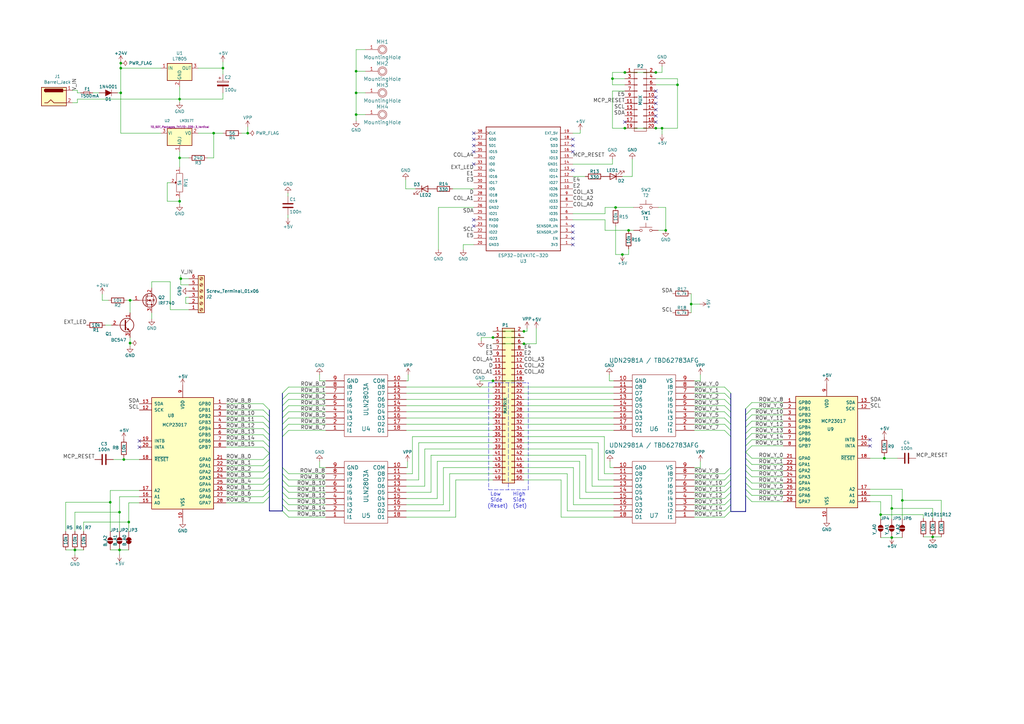
<source format=kicad_sch>
(kicad_sch (version 20250114) (generator "eeschema") (generator_version "9.0")
  (paper "A3")
  (title_block (title "Steuerplatine für LAWO Flipdot-Matrix") (date "2016-04-04") (rev "1.1"))
  (text "High\nSide\n(Set)" (at 210.312 208.534 0) (effects (font (size 1.524 1.524)) (justify left bottom)))
  (text " Low\n Side\n(Reset)" (at 199.898 208.534 0) (effects (font (size 1.524 1.524)) (justify left bottom)))
  (junction (at 256.286 52.578))
  (junction (at 87.63 54.61))
  (junction (at 268.986 29.718))
  (junction (at 251.206 32.258))
  (junction (at 30.734 225.552))
  (junction (at 53.34 123.19))
  (junction (at 53.34 140.716))
  (junction (at 256.286 29.718))
  (junction (at 252.476 85.09))
  (junction (at 214.884 140.97))
  (junction (at 361.188 211.074))
  (junction (at 101.6 54.61))
  (junction (at 73.66 40.64))
  (junction (at 49.53 27.94))
  (junction (at 49.53 38.1))
  (junction (at 73.66 82.55))
  (junction (at 365.76 208.534))
  (junction (at 271.526 52.578))
  (junction (at 91.44 27.94))
  (junction (at 49.022 225.552))
  (junction (at 365.76 220.472))
  (junction (at 257.81 94.488))
  (junction (at 49.022 210.058))
  (junction (at 45.212 205.994))
  (junction (at 255.27 104.394))
  (junction (at 146.05 46.99))
  (junction (at 50.8 188.468))
  (junction (at 268.986 52.578))
  (junction (at 146.05 38.1))
  (junction (at 273.05 94.488))
  (junction (at 214.884 135.89))
  (junction (at 146.05 29.21))
  (junction (at 202.184 138.43))
  (junction (at 49.53 25.908))
  (junction (at 382.524 220.218))
  (junction (at 277.876 34.798))
  (junction (at 202.184 156.21))
  (junction (at 52.832 214.122))
  (junction (at 73.66 64.77))
  (junction (at 362.712 187.96))
  (junction (at 283.464 124.714))
  (junction (at 370.078 205.232))
  (junction (at 74.168 114.3))
  (no_connect (at 57.15 180.848))
  (no_connect (at 356.87 180.34))
  (no_connect (at 194.31 67.31))
  (no_connect (at 234.95 95.25))
  (no_connect (at 194.31 92.71))
  (no_connect (at 268.986 39.878))
  (no_connect (at 268.986 50.038))
  (no_connect (at 57.15 183.388))
  (no_connect (at 234.95 100.33))
  (no_connect (at 234.95 57.15))
  (no_connect (at 194.31 62.23))
  (no_connect (at 268.986 44.958))
  (no_connect (at 194.31 57.15))
  (no_connect (at 268.986 42.418))
  (no_connect (at 234.95 92.71))
  (no_connect (at 234.95 69.85))
  (no_connect (at 256.286 50.038))
  (no_connect (at 194.31 59.69))
  (no_connect (at 356.87 182.88))
  (no_connect (at 194.31 54.61))
  (no_connect (at 234.95 59.69))
  (no_connect (at 194.31 90.17))
  (no_connect (at 234.95 97.79))
  (no_connect (at 268.986 37.338))
  (no_connect (at 268.986 47.498))
  (no_connect (at 234.95 62.23))
  (bus_entry (at 107.95 203.708) (size 2.54 -2.54))
  (bus_entry (at 118.364 168.91) (size -2.54 2.54))
  (bus_entry (at 115.824 204.47) (size 2.54 2.54))
  (bus_entry (at 297.18 199.39) (size 2.54 -2.54))
  (bus_entry (at 107.95 191.008) (size 2.54 -2.54))
  (bus_entry (at 308.356 198.12) (size -2.54 -2.54))
  (bus_entry (at 297.18 201.93) (size 2.54 -2.54))
  (bus_entry (at 107.95 175.768) (size 2.54 2.54))
  (bus_entry (at 297.18 207.01) (size 2.54 -2.54))
  (bus_entry (at 297.18 171.45) (size 2.54 2.54))
  (bus_entry (at 115.824 201.93) (size 2.54 2.54))
  (bus_entry (at 305.816 185.42) (size 2.54 -2.54))
  (bus_entry (at 107.95 178.308) (size 2.54 2.54))
  (bus_entry (at 305.816 170.18) (size 2.54 -2.54))
  (bus_entry (at 308.356 195.58) (size -2.54 -2.54))
  (bus_entry (at 297.18 176.53) (size 2.54 2.54))
  (bus_entry (at 305.816 172.72) (size 2.54 -2.54))
  (bus_entry (at 297.18 204.47) (size 2.54 -2.54))
  (bus_entry (at 118.364 173.99) (size -2.54 2.54))
  (bus_entry (at 308.356 200.66) (size -2.54 -2.54))
  (bus_entry (at 118.364 212.09) (size -2.54 -2.54))
  (bus_entry (at 107.95 168.148) (size 2.54 2.54))
  (bus_entry (at 107.95 188.468) (size 2.54 -2.54))
  (bus_entry (at 118.364 163.83) (size -2.54 2.54))
  (bus_entry (at 107.95 201.168) (size 2.54 -2.54))
  (bus_entry (at 107.95 193.548) (size 2.54 -2.54))
  (bus_entry (at 305.816 182.88) (size 2.54 -2.54))
  (bus_entry (at 297.18 194.31) (size 2.54 -2.54))
  (bus_entry (at 107.95 180.848) (size 2.54 2.54))
  (bus_entry (at 308.356 203.2) (size -2.54 -2.54))
  (bus_entry (at 115.824 199.39) (size 2.54 2.54))
  (bus_entry (at 305.816 167.64) (size 2.54 -2.54))
  (bus_entry (at 305.816 180.34) (size 2.54 -2.54))
  (bus_entry (at 297.18 173.99) (size 2.54 2.54))
  (bus_entry (at 297.18 163.83) (size 2.54 2.54))
  (bus_entry (at 297.18 209.55) (size 2.54 -2.54))
  (bus_entry (at 118.364 161.29) (size -2.54 2.54))
  (bus_entry (at 308.356 187.96) (size -2.54 -2.54))
  (bus_entry (at 115.824 196.85) (size 2.54 2.54))
  (bus_entry (at 107.95 165.608) (size 2.54 2.54))
  (bus_entry (at 115.824 207.01) (size 2.54 2.54))
  (bus_entry (at 305.816 175.26) (size 2.54 -2.54))
  (bus_entry (at 115.824 194.31) (size 2.54 2.54))
  (bus_entry (at 107.95 198.628) (size 2.54 -2.54))
  (bus_entry (at 297.18 158.75) (size 2.54 2.54))
  (bus_entry (at 107.95 206.248) (size 2.54 -2.54))
  (bus_entry (at 308.356 190.5) (size -2.54 -2.54))
  (bus_entry (at 107.95 173.228) (size 2.54 2.54))
  (bus_entry (at 115.824 191.77) (size 2.54 2.54))
  (bus_entry (at 308.356 205.74) (size -2.54 -2.54))
  (bus_entry (at 297.18 168.91) (size 2.54 2.54))
  (bus_entry (at 297.18 166.37) (size 2.54 2.54))
  (bus_entry (at 297.18 196.85) (size 2.54 -2.54))
  (bus_entry (at 297.18 212.09) (size 2.54 -2.54))
  (bus_entry (at 118.364 158.75) (size -2.54 2.54))
  (bus_entry (at 107.95 196.088) (size 2.54 -2.54))
  (bus_entry (at 107.95 183.388) (size 2.54 2.54))
  (bus_entry (at 308.356 193.04) (size -2.54 -2.54))
  (bus_entry (at 118.364 171.45) (size -2.54 2.54))
  (bus_entry (at 118.364 176.53) (size -2.54 2.54))
  (bus_entry (at 305.816 177.8) (size 2.54 -2.54))
  (bus_entry (at 297.18 161.29) (size 2.54 2.54))
  (bus_entry (at 107.95 170.688) (size 2.54 2.54))
  (bus_entry (at 118.364 166.37) (size -2.54 2.54))
  (wire (pts (xy 29.718 42.164) (xy 31.75 42.164)))
  (wire (pts (xy 52.832 206.248) (xy 52.832 214.122)))
  (wire (pts (xy 356.87 205.74) (xy 361.188 205.74)))
  (wire (pts (xy 356.87 187.96) (xy 362.712 187.96)))
  (wire (pts (xy 166.624 158.75) (xy 202.184 158.75)))
  (wire (pts (xy 214.884 171.45) (xy 251.714 171.45)))
  (wire (pts (xy 26.924 205.994) (xy 45.212 205.994)))
  (wire (pts (xy 57.15 203.708) (xy 49.022 203.708)))
  (bus (pts (xy 115.824 201.93) (xy 115.824 204.47)))
  (wire (pts (xy 149.86 29.21) (xy 146.05 29.21)))
  (wire (pts (xy 237.744 204.47) (xy 237.744 189.23)))
  (wire (pts (xy 386.08 220.218) (xy 382.524 220.218)))
  (wire (pts (xy 184.404 209.55) (xy 184.404 194.31)))
  (wire (pts (xy 174.244 184.15) (xy 202.184 184.15)))
  (wire (pts (xy 34.29 214.122) (xy 52.832 214.122)))
  (bus (pts (xy 305.816 203.2) (xy 305.816 209.804)))
  (wire (pts (xy 73.66 40.64) (xy 73.66 41.91)))
  (wire (pts (xy 284.734 173.99) (xy 297.18 173.99)))
  (bus (pts (xy 299.72 179.07) (xy 299.72 191.77)))
  (polyline (pts (xy 216.662 200.914) (xy 216.662 156.972)) (stroke (width 0) (type dash)))
  (wire (pts (xy 166.624 166.37) (xy 202.184 166.37)))
  (wire (pts (xy 171.704 181.61) (xy 202.184 181.61)))
  (wire (pts (xy 202.184 140.97) (xy 214.884 140.97)))
  (bus (pts (xy 299.72 209.804) (xy 305.816 209.804)))
  (bus (pts (xy 115.824 161.29) (xy 115.824 163.83)))
  (bus (pts (xy 115.824 176.53) (xy 115.824 179.07)))
  (wire (pts (xy 49.53 27.94) (xy 66.04 27.94)))
  (wire (pts (xy 77.47 114.3) (xy 74.168 114.3)))
  (wire (pts (xy 214.884 176.53) (xy 251.714 176.53)))
  (wire (pts (xy 133.604 196.85) (xy 118.364 196.85)))
  (wire (pts (xy 250.19 189.23) (xy 250.19 191.77)))
  (wire (pts (xy 81.28 54.61) (xy 87.63 54.61)))
  (wire (pts (xy 53.34 138.43) (xy 53.34 140.716)))
  (wire (pts (xy 284.734 166.37) (xy 297.18 166.37)))
  (wire (pts (xy 169.164 179.07) (xy 202.184 179.07)))
  (wire (pts (xy 256.286 52.578) (xy 251.206 52.578)))
  (wire (pts (xy 245.364 196.85) (xy 245.364 181.61)))
  (wire (pts (xy 167.132 191.77) (xy 167.132 189.23)))
  (wire (pts (xy 234.95 72.39) (xy 240.03 72.39)))
  (wire (pts (xy 73.66 40.64) (xy 91.44 40.64)))
  (wire (pts (xy 92.71 206.248) (xy 107.95 206.248)))
  (wire (pts (xy 69.85 115.57) (xy 69.85 127)))
  (bus (pts (xy 110.49 170.688) (xy 110.49 173.228)))
  (bus (pts (xy 299.72 194.31) (xy 299.72 196.85)))
  (wire (pts (xy 362.712 187.96) (xy 362.712 186.944)))
  (wire (pts (xy 181.864 191.77) (xy 202.184 191.77)))
  (wire (pts (xy 240.284 186.69) (xy 214.884 186.69)))
  (wire (pts (xy 234.95 90.17) (xy 248.158 90.17)))
  (wire (pts (xy 49.53 25.4) (xy 49.53 25.908)))
  (wire (pts (xy 34.29 225.552) (xy 30.734 225.552)))
  (wire (pts (xy 26.924 225.552) (xy 30.734 225.552)))
  (wire (pts (xy 321.31 182.88) (xy 308.356 182.88)))
  (bus (pts (xy 115.824 196.85) (xy 115.824 199.39)))
  (wire (pts (xy 166.624 207.01) (xy 181.864 207.01)))
  (bus (pts (xy 299.72 166.37) (xy 299.72 168.91)))
  (wire (pts (xy 251.714 201.93) (xy 240.284 201.93)))
  (bus (pts (xy 299.72 204.47) (xy 299.72 207.01)))
  (wire (pts (xy 242.824 199.39) (xy 242.824 184.15)))
  (wire (pts (xy 378.714 220.218) (xy 382.524 220.218)))
  (bus (pts (xy 299.72 191.77) (xy 299.72 194.31)))
  (wire (pts (xy 365.76 203.2) (xy 365.76 208.534)))
  (wire (pts (xy 41.91 123.19) (xy 44.45 123.19)))
  (wire (pts (xy 321.31 200.66) (xy 308.356 200.66)))
  (wire (pts (xy 49.022 203.708) (xy 49.022 210.058)))
  (wire (pts (xy 248.158 87.63) (xy 248.158 85.09)))
  (wire (pts (xy 287.274 189.23) (xy 287.274 191.77)))
  (wire (pts (xy 382.524 212.598) (xy 382.524 208.534)))
  (wire (pts (xy 68.58 82.55) (xy 73.66 82.55)))
  (bus (pts (xy 299.72 163.83) (xy 299.72 166.37)))
  (wire (pts (xy 247.904 179.07) (xy 214.884 179.07)))
  (wire (pts (xy 46.482 188.468) (xy 50.8 188.468)))
  (wire (pts (xy 237.744 189.23) (xy 214.884 189.23)))
  (wire (pts (xy 69.85 115.57) (xy 62.23 115.57)))
  (wire (pts (xy 251.714 209.55) (xy 232.664 209.55)))
  (wire (pts (xy 321.31 203.2) (xy 308.356 203.2)))
  (wire (pts (xy 277.876 32.258) (xy 277.876 34.798)))
  (wire (pts (xy 166.37 77.47) (xy 170.434 77.47)))
  (wire (pts (xy 237.998 54.61) (xy 237.998 53.34)))
  (wire (pts (xy 118.11 80.518) (xy 118.11 79.248)))
  (wire (pts (xy 45.212 201.168) (xy 45.212 205.994)))
  (wire (pts (xy 149.86 20.32) (xy 146.05 20.32)))
  (wire (pts (xy 77.47 121.92) (xy 76.2 121.92)))
  (wire (pts (xy 166.624 191.77) (xy 167.132 191.77)))
  (wire (pts (xy 251.206 67.31) (xy 251.206 65.278)))
  (wire (pts (xy 174.244 199.39) (xy 174.244 184.15)))
  (wire (pts (xy 197.358 138.43) (xy 202.184 138.43)))
  (bus (pts (xy 115.824 204.47) (xy 115.824 207.01)))
  (wire (pts (xy 57.15 206.248) (xy 52.832 206.248)))
  (wire (pts (xy 287.02 124.714) (xy 283.464 124.714)))
  (wire (pts (xy 321.31 167.64) (xy 308.356 167.64)))
  (wire (pts (xy 31.75 38.1) (xy 33.02 38.1)))
  (wire (pts (xy 92.71 188.468) (xy 107.95 188.468)))
  (wire (pts (xy 179.324 204.47) (xy 179.324 189.23)))
  (wire (pts (xy 167.386 156.21) (xy 166.624 156.21)))
  (wire (pts (xy 76.2 121.92) (xy 76.2 124.46)))
  (wire (pts (xy 184.404 194.31) (xy 202.184 194.31)))
  (wire (pts (xy 270.002 85.09) (xy 273.05 85.09)))
  (wire (pts (xy 287.274 153.67) (xy 287.274 156.21)))
  (wire (pts (xy 321.31 193.04) (xy 308.356 193.04)))
  (bus (pts (xy 305.816 167.64) (xy 305.816 170.18)))
  (wire (pts (xy 202.184 138.43) (xy 214.884 138.43)))
  (wire (pts (xy 166.624 199.39) (xy 174.244 199.39)))
  (wire (pts (xy 49.022 210.058) (xy 49.022 217.932)))
  (wire (pts (xy 251.206 29.718) (xy 251.206 32.258)))
  (bus (pts (xy 305.816 200.66) (xy 305.816 203.2)))
  (bus (pts (xy 305.816 172.72) (xy 305.816 175.26)))
  (wire (pts (xy 176.784 201.93) (xy 176.784 186.69)))
  (wire (pts (xy 131.064 156.21) (xy 133.604 156.21)))
  (wire (pts (xy 284.734 204.47) (xy 297.18 204.47)))
  (wire (pts (xy 87.63 54.61) (xy 87.63 64.77)))
  (bus (pts (xy 299.72 201.93) (xy 299.72 204.47)))
  (wire (pts (xy 216.154 135.89) (xy 216.154 134.62)))
  (wire (pts (xy 386.08 212.598) (xy 386.08 205.232)))
  (wire (pts (xy 197.358 139.7) (xy 197.358 138.43)))
  (wire (pts (xy 73.66 64.77) (xy 73.66 68.58)))
  (wire (pts (xy 252.476 104.394) (xy 255.27 104.394)))
  (wire (pts (xy 87.63 64.77) (xy 85.09 64.77)))
  (wire (pts (xy 378.714 212.598) (xy 378.714 211.074)))
  (wire (pts (xy 194.31 100.33) (xy 189.992 100.33)))
  (wire (pts (xy 284.734 201.93) (xy 297.18 201.93)))
  (wire (pts (xy 284.734 163.83) (xy 297.18 163.83)))
  (bus (pts (xy 305.816 170.18) (xy 305.816 172.72)))
  (wire (pts (xy 31.75 40.64) (xy 73.66 40.64)))
  (wire (pts (xy 77.47 127) (xy 69.85 127)))
  (bus (pts (xy 110.49 201.168) (xy 110.49 203.708)))
  (bus (pts (xy 115.824 173.99) (xy 115.824 176.53)))
  (wire (pts (xy 92.71 165.608) (xy 107.95 165.608)))
  (wire (pts (xy 249.936 153.67) (xy 249.936 156.21)))
  (wire (pts (xy 251.714 196.85) (xy 245.364 196.85)))
  (wire (pts (xy 287.274 156.21) (xy 284.734 156.21)))
  (wire (pts (xy 49.53 25.908) (xy 49.53 27.94)))
  (wire (pts (xy 38.1 38.1) (xy 40.64 38.1)))
  (wire (pts (xy 214.884 168.91) (xy 251.714 168.91)))
  (wire (pts (xy 251.714 212.09) (xy 230.124 212.09)))
  (wire (pts (xy 29.718 37.084) (xy 31.75 37.084)))
  (wire (pts (xy 284.734 176.53) (xy 297.18 176.53)))
  (wire (pts (xy 166.37 73.66) (xy 166.37 77.47)))
  (wire (pts (xy 186.944 196.85) (xy 202.184 196.85)))
  (wire (pts (xy 62.23 130.81) (xy 62.23 128.27)))
  (wire (pts (xy 57.15 188.468) (xy 50.8 188.468)))
  (wire (pts (xy 251.714 158.75) (xy 214.884 158.75)))
  (wire (pts (xy 166.624 161.29) (xy 202.184 161.29)))
  (bus (pts (xy 305.816 193.04) (xy 305.816 195.58)))
  (bus (pts (xy 110.49 185.928) (xy 110.49 188.468)))
  (wire (pts (xy 45.212 205.994) (xy 45.212 217.932)))
  (wire (pts (xy 219.964 140.97) (xy 219.964 134.62)))
  (wire (pts (xy 53.34 128.27) (xy 53.34 123.19)))
  (bus (pts (xy 110.49 193.548) (xy 110.49 196.088)))
  (wire (pts (xy 52.832 214.122) (xy 52.832 217.932)))
  (wire (pts (xy 283.464 120.396) (xy 283.464 124.714)))
  (wire (pts (xy 26.924 217.932) (xy 26.924 205.994)))
  (wire (pts (xy 284.734 161.29) (xy 297.18 161.29)))
  (wire (pts (xy 50.8 188.468) (xy 50.8 187.706)))
  (wire (pts (xy 77.47 116.84) (xy 74.168 116.84)))
  (wire (pts (xy 171.704 196.85) (xy 171.704 181.61)))
  (wire (pts (xy 133.604 204.47) (xy 118.364 204.47)))
  (wire (pts (xy 48.26 38.1) (xy 49.53 38.1)))
  (wire (pts (xy 146.05 29.21) (xy 146.05 38.1)))
  (wire (pts (xy 74.168 116.84) (xy 74.168 114.3)))
  (wire (pts (xy 361.188 220.472) (xy 365.76 220.472)))
  (wire (pts (xy 277.876 34.798) (xy 277.876 52.578)))
  (wire (pts (xy 284.734 209.55) (xy 297.18 209.55)))
  (wire (pts (xy 284.734 194.31) (xy 297.18 194.31)))
  (wire (pts (xy 107.95 198.628) (xy 92.71 198.628)))
  (wire (pts (xy 92.71 180.848) (xy 107.95 180.848)))
  (wire (pts (xy 77.47 64.77) (xy 73.66 64.77)))
  (wire (pts (xy 189.992 100.33) (xy 189.992 102.362)))
  (wire (pts (xy 248.158 90.17) (xy 248.158 94.488)))
  (wire (pts (xy 230.124 212.09) (xy 230.124 196.85)))
  (wire (pts (xy 321.31 198.12) (xy 308.356 198.12)))
  (wire (pts (xy 91.44 25.4) (xy 91.44 27.94)))
  (wire (pts (xy 133.604 209.55) (xy 118.364 209.55)))
  (wire (pts (xy 202.184 156.21) (xy 214.884 156.21)))
  (wire (pts (xy 133.604 194.31) (xy 118.364 194.31)))
  (wire (pts (xy 202.184 135.89) (xy 214.884 135.89)))
  (wire (pts (xy 133.604 207.01) (xy 118.364 207.01)))
  (wire (pts (xy 146.05 46.99) (xy 146.05 49.53)))
  (wire (pts (xy 321.31 170.18) (xy 308.356 170.18)))
  (wire (pts (xy 133.604 158.75) (xy 118.364 158.75)))
  (wire (pts (xy 321.31 172.72) (xy 308.356 172.72)))
  (wire (pts (xy 92.71 196.088) (xy 107.95 196.088)))
  (bus (pts (xy 305.816 185.42) (xy 305.816 187.96)))
  (wire (pts (xy 49.022 227.584) (xy 49.022 225.552)))
  (wire (pts (xy 30.734 227.584) (xy 30.734 225.552)))
  (wire (pts (xy 92.71 170.688) (xy 107.95 170.688)))
  (wire (pts (xy 133.604 176.53) (xy 118.364 176.53)))
  (wire (pts (xy 92.71 201.168) (xy 107.95 201.168)))
  (wire (pts (xy 365.76 208.534) (xy 365.76 212.852)))
  (wire (pts (xy 92.71 168.148) (xy 107.95 168.148)))
  (wire (pts (xy 146.05 20.32) (xy 146.05 29.21)))
  (wire (pts (xy 45.212 225.552) (xy 49.022 225.552)))
  (wire (pts (xy 321.31 195.58) (xy 308.356 195.58)))
  (wire (pts (xy 52.832 225.552) (xy 49.022 225.552)))
  (wire (pts (xy 133.604 171.45) (xy 118.364 171.45)))
  (bus (pts (xy 110.49 203.708) (xy 110.49 209.55)))
  (wire (pts (xy 52.07 123.19) (xy 53.34 123.19)))
  (bus (pts (xy 115.824 199.39) (xy 115.824 201.93)))
  (wire (pts (xy 146.05 46.99) (xy 149.86 46.99)))
  (wire (pts (xy 251.206 37.338) (xy 251.206 52.578)))
  (wire (pts (xy 76.2 124.46) (xy 77.47 124.46)))
  (wire (pts (xy 166.624 168.91) (xy 202.184 168.91)))
  (wire (pts (xy 378.714 211.074) (xy 361.188 211.074)))
  (wire (pts (xy 268.986 34.798) (xy 277.876 34.798)))
  (wire (pts (xy 284.734 207.01) (xy 297.18 207.01)))
  (wire (pts (xy 283.464 124.714) (xy 283.464 128.27)))
  (wire (pts (xy 181.864 207.01) (xy 181.864 191.77)))
  (wire (pts (xy 257.81 94.488) (xy 259.842 94.488)))
  (polyline (pts (xy 200.406 200.914) (xy 216.662 200.914)) (stroke (width 0) (type dash)))
  (wire (pts (xy 235.204 191.77) (xy 214.884 191.77)))
  (wire (pts (xy 99.06 54.61) (xy 101.6 54.61)))
  (wire (pts (xy 252.476 85.09) (xy 259.842 85.09)))
  (wire (pts (xy 92.71 175.768) (xy 107.95 175.768)))
  (wire (pts (xy 179.832 85.09) (xy 179.832 102.362)))
  (wire (pts (xy 248.158 94.488) (xy 257.81 94.488)))
  (bus (pts (xy 299.72 176.53) (xy 299.72 179.07)))
  (wire (pts (xy 133.604 161.29) (xy 118.364 161.29)))
  (wire (pts (xy 232.664 209.55) (xy 232.664 194.31)))
  (wire (pts (xy 214.884 166.37) (xy 251.714 166.37)))
  (wire (pts (xy 284.734 199.39) (xy 297.18 199.39)))
  (wire (pts (xy 74.168 114.3) (xy 74.168 112.776)))
  (wire (pts (xy 356.87 200.66) (xy 370.078 200.66)))
  (wire (pts (xy 256.286 32.258) (xy 251.206 32.258)))
  (wire (pts (xy 271.526 52.578) (xy 271.526 55.118)))
  (wire (pts (xy 185.674 77.47) (xy 194.31 77.47)))
  (wire (pts (xy 73.66 81.28) (xy 73.66 82.55)))
  (bus (pts (xy 115.824 168.91) (xy 115.824 171.45)))
  (wire (pts (xy 53.34 123.19) (xy 54.61 123.19)))
  (wire (pts (xy 166.624 204.47) (xy 179.324 204.47)))
  (wire (pts (xy 30.734 217.932) (xy 30.734 210.058)))
  (wire (pts (xy 232.664 194.31) (xy 214.884 194.31)))
  (bus (pts (xy 110.49 198.628) (xy 110.49 201.168)))
  (wire (pts (xy 251.206 29.718) (xy 256.286 29.718)))
  (wire (pts (xy 321.31 190.5) (xy 308.356 190.5)))
  (wire (pts (xy 321.31 187.96) (xy 308.356 187.96)))
  (wire (pts (xy 321.31 165.1) (xy 308.356 165.1)))
  (wire (pts (xy 271.526 52.578) (xy 268.986 52.578)))
  (wire (pts (xy 101.6 54.61) (xy 101.6 52.07)))
  (wire (pts (xy 259.334 72.39) (xy 259.334 65.278)))
  (bus (pts (xy 299.72 161.29) (xy 299.72 163.83)))
  (bus (pts (xy 115.824 209.55) (xy 110.49 209.55)))
  (wire (pts (xy 321.31 180.34) (xy 308.356 180.34)))
  (wire (pts (xy 235.204 207.01) (xy 235.204 191.77)))
  (wire (pts (xy 133.604 166.37) (xy 118.364 166.37)))
  (wire (pts (xy 255.27 104.394) (xy 257.81 104.394)))
  (wire (pts (xy 251.714 204.47) (xy 237.744 204.47)))
  (wire (pts (xy 287.274 191.77) (xy 284.734 191.77)))
  (wire (pts (xy 92.71 193.548) (xy 107.95 193.548)))
  (bus (pts (xy 305.816 177.8) (xy 305.816 180.34)))
  (wire (pts (xy 194.31 85.09) (xy 179.832 85.09)))
  (wire (pts (xy 31.75 37.084) (xy 31.75 38.1)))
  (bus (pts (xy 299.72 171.45) (xy 299.72 173.99)))
  (wire (pts (xy 166.624 212.09) (xy 186.944 212.09)))
  (wire (pts (xy 321.31 205.74) (xy 308.356 205.74)))
  (wire (pts (xy 92.71 183.388) (xy 107.95 183.388)))
  (wire (pts (xy 167.386 153.67) (xy 167.386 156.21)))
  (wire (pts (xy 49.53 27.94) (xy 49.53 38.1)))
  (bus (pts (xy 305.816 187.96) (xy 305.816 190.5)))
  (wire (pts (xy 214.884 140.97) (xy 219.964 140.97)))
  (wire (pts (xy 133.604 212.09) (xy 118.364 212.09)))
  (bus (pts (xy 110.49 183.388) (xy 110.49 185.928)))
  (wire (pts (xy 49.53 54.61) (xy 66.04 54.61)))
  (bus (pts (xy 110.49 188.468) (xy 110.49 191.008)))
  (wire (pts (xy 73.66 62.23) (xy 73.66 64.77)))
  (wire (pts (xy 386.08 205.232) (xy 370.078 205.232)))
  (bus (pts (xy 305.816 190.5) (xy 305.816 193.04)))
  (wire (pts (xy 284.734 196.85) (xy 297.18 196.85)))
  (bus (pts (xy 299.72 168.91) (xy 299.72 171.45)))
  (bus (pts (xy 115.824 163.83) (xy 115.824 166.37)))
  (wire (pts (xy 368.046 187.96) (xy 362.712 187.96)))
  (wire (pts (xy 41.91 120.65) (xy 41.91 123.19)))
  (wire (pts (xy 268.986 32.258) (xy 277.876 32.258)))
  (bus (pts (xy 115.824 194.31) (xy 115.824 196.85)))
  (wire (pts (xy 271.526 29.718) (xy 271.526 27.178)))
  (wire (pts (xy 133.604 163.83) (xy 118.364 163.83)))
  (wire (pts (xy 361.188 211.074) (xy 361.188 212.852)))
  (wire (pts (xy 34.29 217.932) (xy 34.29 214.122)))
  (wire (pts (xy 57.15 201.168) (xy 45.212 201.168)))
  (bus (pts (xy 115.824 207.01) (xy 115.824 209.55)))
  (wire (pts (xy 240.284 201.93) (xy 240.284 186.69)))
  (wire (pts (xy 252.476 92.71) (xy 252.476 104.394)))
  (bus (pts (xy 305.816 195.58) (xy 305.816 198.12)))
  (bus (pts (xy 110.49 180.848) (xy 110.49 183.388)))
  (wire (pts (xy 92.71 173.228) (xy 107.95 173.228)))
  (bus (pts (xy 115.824 179.07) (xy 115.824 191.77)))
  (wire (pts (xy 131.064 153.67) (xy 131.064 156.21)))
  (wire (pts (xy 251.206 32.258) (xy 251.206 34.798)))
  (bus (pts (xy 305.816 180.34) (xy 305.816 182.88)))
  (wire (pts (xy 131.064 189.23) (xy 131.064 191.77)))
  (bus (pts (xy 110.49 178.308) (xy 110.49 180.848)))
  (wire (pts (xy 166.624 201.93) (xy 176.784 201.93)))
  (polyline (pts (xy 208.534 156.972) (xy 208.534 200.914)) (stroke (width 0) (type dash)))
  (wire (pts (xy 247.904 194.31) (xy 247.904 179.07)))
  (wire (pts (xy 133.604 168.91) (xy 118.364 168.91)))
  (wire (pts (xy 251.714 199.39) (xy 242.824 199.39)))
  (polyline (pts (xy 200.406 156.972) (xy 200.406 200.914)) (stroke (width 0) (type dash)))
  (wire (pts (xy 284.734 168.91) (xy 297.18 168.91)))
  (wire (pts (xy 92.71 178.308) (xy 107.95 178.308)))
  (bus (pts (xy 305.816 175.26) (xy 305.816 177.8)))
  (wire (pts (xy 133.604 201.93) (xy 118.364 201.93)))
  (bus (pts (xy 305.816 198.12) (xy 305.816 200.66)))
  (wire (pts (xy 81.28 27.94) (xy 91.44 27.94)))
  (bus (pts (xy 305.816 182.88) (xy 305.816 185.42)))
  (wire (pts (xy 133.604 173.99) (xy 118.364 173.99)))
  (wire (pts (xy 107.95 203.708) (xy 92.71 203.708)))
  (wire (pts (xy 370.078 205.232) (xy 370.078 212.852)))
  (wire (pts (xy 251.714 207.01) (xy 235.204 207.01)))
  (wire (pts (xy 234.95 67.31) (xy 251.206 67.31)))
  (wire (pts (xy 245.364 181.61) (xy 214.884 181.61)))
  (wire (pts (xy 251.206 34.798) (xy 256.286 34.798)))
  (wire (pts (xy 284.734 171.45) (xy 297.18 171.45)))
  (wire (pts (xy 91.44 40.64) (xy 91.44 38.1)))
  (wire (pts (xy 255.27 72.39) (xy 259.334 72.39)))
  (wire (pts (xy 356.87 203.2) (xy 365.76 203.2)))
  (wire (pts (xy 257.81 104.394) (xy 257.81 102.108)))
  (wire (pts (xy 256.286 29.718) (xy 268.986 29.718)))
  (bus (pts (xy 299.72 173.99) (xy 299.72 176.53)))
  (wire (pts (xy 166.624 209.55) (xy 184.404 209.55)))
  (wire (pts (xy 284.734 158.75) (xy 297.18 158.75)))
  (wire (pts (xy 92.71 191.008) (xy 107.95 191.008)))
  (bus (pts (xy 299.72 207.01) (xy 299.72 209.55)))
  (wire (pts (xy 62.23 115.57) (xy 62.23 118.11)))
  (wire (pts (xy 176.784 186.69) (xy 202.184 186.69)))
  (wire (pts (xy 166.624 173.99) (xy 202.184 173.99)))
  (wire (pts (xy 268.986 29.718) (xy 271.526 29.718)))
  (wire (pts (xy 91.44 27.94) (xy 91.44 30.48)))
  (bus (pts (xy 115.824 191.77) (xy 115.824 194.31)))
  (wire (pts (xy 118.11 89.408) (xy 118.11 88.138)))
  (wire (pts (xy 196.85 156.21) (xy 202.184 156.21)))
  (bus (pts (xy 110.49 175.768) (xy 110.49 178.308)))
  (wire (pts (xy 53.34 140.716) (xy 53.34 141.986)))
  (bus (pts (xy 110.49 173.228) (xy 110.49 175.768)))
  (wire (pts (xy 131.064 191.77) (xy 133.604 191.77)))
  (wire (pts (xy 284.734 212.09) (xy 297.18 212.09)))
  (bus (pts (xy 299.72 199.39) (xy 299.72 201.93)))
  (wire (pts (xy 382.524 208.534) (xy 365.76 208.534)))
  (wire (pts (xy 234.95 54.61) (xy 237.998 54.61)))
  (wire (pts (xy 186.944 212.09) (xy 186.944 196.85)))
  (wire (pts (xy 256.286 37.338) (xy 251.206 37.338)))
  (wire (pts (xy 361.188 205.74) (xy 361.188 211.074)))
  (wire (pts (xy 166.624 194.31) (xy 169.164 194.31)))
  (wire (pts (xy 166.624 196.85) (xy 171.704 196.85)))
  (wire (pts (xy 370.078 220.472) (xy 365.76 220.472)))
  (wire (pts (xy 73.66 35.56) (xy 73.66 40.64)))
  (wire (pts (xy 214.884 163.83) (xy 251.714 163.83)))
  (bus (pts (xy 110.49 196.088) (xy 110.49 198.628)))
  (wire (pts (xy 251.714 161.29) (xy 214.884 161.29)))
  (wire (pts (xy 166.624 171.45) (xy 202.184 171.45)))
  (wire (pts (xy 166.624 176.53) (xy 202.184 176.53)))
  (wire (pts (xy 248.158 85.09) (xy 252.476 85.09)))
  (wire (pts (xy 30.734 210.058) (xy 49.022 210.058)))
  (wire (pts (xy 249.936 156.21) (xy 251.714 156.21)))
  (wire (pts (xy 68.58 74.93) (xy 68.58 82.55)))
  (wire (pts (xy 146.05 38.1) (xy 146.05 46.99)))
  (wire (pts (xy 214.884 135.89) (xy 216.154 135.89)))
  (polyline (pts (xy 200.406 156.972) (xy 216.662 156.972)) (stroke (width 0) (type dash)))
  (wire (pts (xy 166.624 163.83) (xy 202.184 163.83)))
  (bus (pts (xy 115.824 166.37) (xy 115.824 168.91)))
  (wire (pts (xy 234.95 87.63) (xy 248.158 87.63)))
  (wire (pts (xy 69.85 74.93) (xy 68.58 74.93)))
  (wire (pts (xy 370.078 200.66) (xy 370.078 205.232)))
  (wire (pts (xy 31.75 42.164) (xy 31.75 40.64)))
  (wire (pts (xy 214.884 173.99) (xy 251.714 173.99)))
  (bus (pts (xy 299.72 196.85) (xy 299.72 199.39)))
  (wire (pts (xy 230.124 196.85) (xy 214.884 196.85)))
  (wire (pts (xy 251.714 194.31) (xy 247.904 194.31)))
  (wire (pts (xy 49.53 38.1) (xy 49.53 54.61)))
  (wire (pts (xy 43.18 133.35) (xy 45.72 133.35)))
  (bus (pts (xy 115.824 171.45) (xy 115.824 173.99)))
  (wire (pts (xy 273.05 85.09) (xy 273.05 94.488)))
  (bus (pts (xy 110.49 168.148) (xy 110.49 170.688)))
  (wire (pts (xy 321.31 175.26) (xy 308.356 175.26)))
  (wire (pts (xy 179.324 189.23) (xy 202.184 189.23)))
  (wire (pts (xy 87.63 54.61) (xy 91.44 54.61)))
  (wire (pts (xy 242.824 184.15) (xy 214.884 184.15)))
  (wire (pts (xy 273.05 94.488) (xy 270.002 94.488)))
  (wire (pts (xy 277.876 52.578) (xy 271.526 52.578)))
  (bus (pts (xy 110.49 191.008) (xy 110.49 193.548)))
  (wire (pts (xy 169.164 194.31) (xy 169.164 179.07)))
  (wire (pts (xy 250.19 191.77) (xy 251.714 191.77)))
  (wire (pts (xy 268.986 52.578) (xy 256.286 52.578)))
  (wire (pts (xy 321.31 177.8) (xy 308.356 177.8)))
  (wire (pts (xy 73.66 82.55) (xy 73.66 83.82)))
  (wire (pts (xy 133.604 199.39) (xy 118.364 199.39)))
  (wire (pts (xy 149.86 38.1) (xy 146.05 38.1)))
  (label "ROW_B_10" (at 92.71 170.688 0) (effects (font (size 1.524 1.524))))
  (label "COL_A0" (at 234.95 85.09 0) (effects (font (size 1.524 1.524))))
  (label "ROW_B_7" (at 133.604 176.53 180) (effects (font (size 1.524 1.524))))
  (label "COL_A4" (at 202.184 148.59 180) (effects (font (size 1.524 1.524))))
  (label "E3" (at 194.31 74.93 180) (effects (font (size 1.524 1.524))))
  (label "ROW_B_2" (at 92.71 193.548 0) (effects (font (size 1.524 1.524))))
  (label "D" (at 194.31 80.01 180) (effects (font (size 1.524 1.524))))
  (label "SDA" (at 256.286 47.498 180) (effects (font (size 1.524 1.524))))
  (label "SCL" (at 194.31 95.25 180) (effects (font (size 1.524 1.524))))
  (label "ROW_Y_10" (at 284.734 199.39 0) (effects (font (size 1.524 1.524))))
  (label "ROW_Y_14" (at 321.31 180.34 180) (effects (font (size 1.524 1.524))))
  (label "SDA" (at 356.87 165.1 0) (effects (font (size 1.524 1.524))))
  (label "ROW_B_6" (at 92.71 203.708 0) (effects (font (size 1.524 1.524))))
  (label "ROW_Y_10" (at 321.31 170.18 180) (effects (font (size 1.524 1.524))))
  (label "ROW_B_3" (at 133.604 166.37 180) (effects (font (size 1.524 1.524))))
  (label "SCL" (at 275.844 128.27 180) (effects (font (size 1.524 1.524))))
  (label "V_IN" (at 74.168 112.776 0) (effects (font (size 1.524 1.524))))
  (label "ROW_B_3" (at 92.71 196.088 0) (effects (font (size 1.524 1.524))))
  (label "COL_A2" (at 234.95 82.55 0) (effects (font (size 1.524 1.524))))
  (label "E4" (at 234.95 74.93 0) (effects (font (size 1.524 1.524))))
  (label "ROW_Y_0" (at 284.734 158.75 0) (effects (font (size 1.524 1.524))))
  (label "MCP_RESET" (at 256.286 42.418 180) (effects (font (size 1.524 1.524))))
  (label "ROW_Y_8" (at 321.31 165.1 180) (effects (font (size 1.524 1.524))))
  (label "ROW_B_7" (at 92.71 206.248 0) (effects (font (size 1.524 1.524))))
  (label "ROW_Y_6" (at 284.734 173.99 0) (effects (font (size 1.524 1.524))))
  (label "ROW_B_11" (at 92.71 173.228 0) (effects (font (size 1.524 1.524))))
  (label "ROW_B_11" (at 133.604 201.93 180) (effects (font (size 1.524 1.524))))
  (label "EXT_LED" (at 194.31 69.85 180) (effects (font (size 1.524 1.524))))
  (label "ROW_Y_1" (at 284.734 161.29 0) (effects (font (size 1.524 1.524))))
  (label "ROW_B_12" (at 92.71 175.768 0) (effects (font (size 1.524 1.524))))
  (label "ROW_Y_6" (at 321.31 203.2 180) (effects (font (size 1.524 1.524))))
  (label "ROW_Y_2" (at 321.31 193.04 180) (effects (font (size 1.524 1.524))))
  (label "ROW_Y_3" (at 321.31 195.58 180) (effects (font (size 1.524 1.524))))
  (label "ROW_B_2" (at 133.604 163.83 180) (effects (font (size 1.524 1.524))))
  (label "SCL" (at 356.87 167.64 0) (effects (font (size 1.524 1.524))))
  (label "ROW_B_1" (at 92.71 191.008 0) (effects (font (size 1.524 1.524))))
  (label "ROW_B_0" (at 133.604 158.75 180) (effects (font (size 1.524 1.524))))
  (label "EXT_LED" (at 35.56 133.35 180) (effects (font (size 1.524 1.524))))
  (label "COL_A3" (at 234.95 80.01 0) (effects (font (size 1.524 1.524))))
  (label "SCL" (at 256.286 44.958 180) (effects (font (size 1.524 1.524))))
  (label "ROW_Y_5" (at 284.734 171.45 0) (effects (font (size 1.524 1.524))))
  (label "SDA" (at 57.15 165.608 180) (effects (font (size 1.524 1.524))))
  (label "E1" (at 194.31 72.39 180) (effects (font (size 1.524 1.524))))
  (label "ROW_Y_2" (at 284.734 163.83 0) (effects (font (size 1.524 1.524))))
  (label "V_IN" (at 31.75 37.084 90) (effects (font (size 1.524 1.524))))
  (label "ROW_Y_5" (at 321.31 200.66 180) (effects (font (size 1.524 1.524))))
  (label "ROW_Y_7" (at 284.734 176.53 0) (effects (font (size 1.524 1.524))))
  (label "ROW_Y_3" (at 284.734 166.37 0) (effects (font (size 1.524 1.524))))
  (label "SCL" (at 57.15 168.148 180) (effects (font (size 1.524 1.524))))
  (label "ROW_B_5" (at 133.604 171.45 180) (effects (font (size 1.524 1.524))))
  (label "E4" (at 214.884 143.51 0) (effects (font (size 1.524 1.524))))
  (label "COL_A1" (at 202.184 153.67 180) (effects (font (size 1.524 1.524))))
  (label "ROW_Y_15" (at 321.31 182.88 180) (effects (font (size 1.524 1.524))))
  (label "MCP_RESET" (at 38.862 188.468 180) (effects (font (size 1.524 1.524))))
  (label "ROW_B_9" (at 92.71 168.148 0) (effects (font (size 1.524 1.524))))
  (label "ROW_B_13" (at 92.71 178.308 0) (effects (font (size 1.524 1.524))))
  (label "ROW_Y_9" (at 284.734 196.85 0) (effects (font (size 1.524 1.524))))
  (label "ROW_B_8" (at 92.71 165.608 0) (effects (font (size 1.524 1.524))))
  (label "ROW_B_10" (at 133.604 199.39 180) (effects (font (size 1.524 1.524))))
  (label "COL_A0" (at 214.884 153.67 0) (effects (font (size 1.524 1.524))))
  (label "ROW_Y_13" (at 321.31 177.8 180) (effects (font (size 1.524 1.524))))
  (label "E5" (at 256.286 39.878 180) (effects (font (size 1.524 1.524))))
  (label "ROW_B_9" (at 133.35 196.85 180) (effects (font (size 1.524 1.524))))
  (label "ROW_B_6" (at 133.604 173.99 180) (effects (font (size 1.524 1.524))))
  (label "ROW_B_4" (at 92.71 198.628 0) (effects (font (size 1.524 1.524))))
  (label "ROW_Y_4" (at 284.734 168.91 0) (effects (font (size 1.524 1.524))))
  (label "ROW_B_15" (at 133.604 212.09 180) (effects (font (size 1.524 1.524))))
  (label "ROW_B_12" (at 133.604 204.47 180) (effects (font (size 1.524 1.524))))
  (label "ROW_B_15" (at 92.71 183.388 0) (effects (font (size 1.524 1.524))))
  (label "ROW_B_14" (at 92.71 180.848 0) (effects (font (size 1.524 1.524))))
  (label "MCP_RESET" (at 375.666 187.96 0) (effects (font (size 1.524 1.524))))
  (label "SDA" (at 194.31 87.63 180) (effects (font (size 1.524 1.524))))
  (label "ROW_Y_11" (at 321.31 172.72 180) (effects (font (size 1.524 1.524))))
  (label "D" (at 202.184 151.13 180) (effects (font (size 1.524 1.524))))
  (label "E5" (at 194.31 97.79 180) (effects (font (size 1.524 1.524))))
  (label "COL_A1" (at 194.31 82.55 180) (effects (font (size 1.524 1.524))))
  (label "ROW_Y_12" (at 321.31 175.26 180) (effects (font (size 1.524 1.524))))
  (label "COL_A3" (at 214.884 148.59 0) (effects (font (size 1.524 1.524))))
  (label "ROW_Y_4" (at 321.31 198.12 180) (effects (font (size 1.524 1.524))))
  (label "ROW_Y_12" (at 284.734 204.47 0) (effects (font (size 1.524 1.524))))
  (label "MCP_RESET" (at 234.95 64.77 0) (effects (font (size 1.524 1.524))))
  (label "ROW_Y_14" (at 284.734 209.55 0) (effects (font (size 1.524 1.524))))
  (label "E2" (at 234.95 77.47 0) (effects (font (size 1.524 1.524))))
  (label "ROW_Y_11" (at 284.734 201.93 0) (effects (font (size 1.524 1.524))))
  (label "ROW_B_13" (at 133.604 207.01 180) (effects (font (size 1.524 1.524))))
  (label "ROW_B_14" (at 133.604 209.55 180) (effects (font (size 1.524 1.524))))
  (label "ROW_Y_13" (at 284.734 207.01 0) (effects (font (size 1.524 1.524))))
  (label "ROW_B_8" (at 133.35 194.31 180) (effects (font (size 1.524 1.524))))
  (label "E2" (at 214.884 146.05 0) (effects (font (size 1.524 1.524))))
  (label "E3" (at 202.184 146.05 180) (effects (font (size 1.524 1.524))))
  (label "ROW_Y_0" (at 321.31 187.96 180) (effects (font (size 1.524 1.524))))
  (label "SDA" (at 275.844 120.396 180) (effects (font (size 1.524 1.524))))
  (label "ROW_Y_1" (at 321.31 190.5 180) (effects (font (size 1.524 1.524))))
  (label "ROW_B_1" (at 133.604 161.29 180) (effects (font (size 1.524 1.524))))
  (label "E1" (at 202.184 143.51 180) (effects (font (size 1.524 1.524))))
  (label "COL_A2" (at 214.884 151.13 0) (effects (font (size 1.524 1.524))))
  (label "ROW_Y_15" (at 284.734 212.09 0) (effects (font (size 1.524 1.524))))
  (label "ROW_B_4" (at 133.604 168.91 180) (effects (font (size 1.524 1.524))))
  (label "ROW_Y_8" (at 284.734 194.31 0) (effects (font (size 1.524 1.524))))
  (label "ROW_Y_7" (at 321.31 205.74 180) (effects (font (size 1.524 1.524))))
  (label "COL_A4" (at 194.31 64.77 180) (effects (font (size 1.524 1.524))))
  (label "ROW_Y_9" (at 321.31 167.64 180) (effects (font (size 1.524 1.524))))
  (label "ROW_B_5" (at 92.71 201.168 0) (effects (font (size 1.524 1.524))))
  (label "ROW_B_0" (at 92.71 188.468 0) (effects (font (size 1.524 1.524))))
  (symbol (lib_id "LAWO_ESP32-rescue:ULN2803A") (at 150.114 166.37 0) (mirror x) (unit 1)
    (property "Reference" "U4" (at 150.114 175.895 0) (effects (font (size 1.778 1.778))))
    (property "Value" "ULN2803A" (at 150.114 163.83 90) (effects (font (size 1.778 1.778))))
    (property "Footprint" "Package_DIP:DIP-18_W7.62mm_Socket" (effects (hide yes)))
  )
  (symbol (lib_id "LAWO_ESP32-rescue:ULN2803A") (at 150.114 201.93 0) (mirror x) (unit 1)
    (property "Reference" "U5" (at 150.114 211.455 0) (effects (font (size 1.778 1.778))))
    (property "Value" "ULN2803A" (at 150.114 199.39 90) (effects (font (size 1.778 1.778))))
    (property "Footprint" "Package_DIP:DIP-18_W7.62mm_Socket" (effects (hide yes)))
  )
  (symbol (lib_id "LAWO_ESP32-rescue:UDN2981A") (at 268.224 166.37 180) (unit 1)
    (property "Reference" "U6" (at 268.224 175.895 0) (effects (font (size 1.778 1.778))))
    (property "Value" "UDN2981A / TBD62783AFG" (at 268.224 147.828 0) (effects (font (size 1.778 1.778))))
    (property "Footprint" "Package_DIP:DIP-18_W7.62mm_Socket" (effects (hide yes)))
  )
  (symbol (lib_id "LAWO_ESP32-rescue:UDN2981A") (at 268.224 201.93 180) (unit 1)
    (property "Reference" "U7" (at 268.224 211.455 0) (effects (font (size 1.778 1.778))))
    (property "Value" "UDN2981A / TBD62783AFG" (at 268.224 182.626 0) (effects (font (size 1.778 1.778))))
    (property "Footprint" "Package_DIP:DIP-18_W7.62mm_Socket" (effects (hide yes)))
  )
  (symbol (lib_id "Connector_Generic:Conn_02x25_Odd_Even") (at 207.264 166.37 0) (unit 1)
    (property "Reference" "P1" (at 207.264 133.35 0))
    (property "Value" "MATRIX" (at 207.264 166.37 90))
    (property "Footprint" "Connect:IDC_Header_Straight_50pins" (effects (hide yes)))
  )
  (symbol (lib_id "LAWO_ESP32-rescue:VPP") (at 216.154 134.62 0) (unit 1)
    (property "Reference" "#PWR01" (effects (hide yes)))
    (property "Value" "VPP" (at 216.154 130.81 0))
  )
  (symbol (lib_id "LAWO_ESP32-rescue:+5V") (at 219.964 134.62 0) (unit 1)
    (property "Reference" "#PWR02" (effects (hide yes)))
    (property "Value" "+5V" (at 219.964 131.064 0))
  )
  (symbol (lib_id "LAWO_ESP32-rescue:GND") (at 197.358 139.7 0) (unit 1)
    (property "Reference" "#PWR03" (effects (hide yes)))
    (property "Value" "GND" (at 197.358 137.16 0))
  )
  (symbol (lib_id "LAWO_ESP32-rescue:GND") (at 196.85 156.21 0) (unit 1)
    (property "Reference" "#PWR04" (effects (hide yes)))
    (property "Value" "GND" (at 196.85 154.94 0))
  )
  (symbol (lib_id "LAWO_ESP32-rescue:GND") (at 73.66 41.91 0) (unit 1)
    (property "Reference" "#PWR05" (effects (hide yes)))
    (property "Value" "GND" (at 73.66 45.72 0))
  )
  (symbol (lib_id "LAWO_ESP32-rescue:CP") (at 91.44 34.29 0) (unit 1)
    (property "Reference" "C2" (at 92.075 31.75 0) (effects (justify left)))
    (property "Value" "100u" (at 92.075 36.83 0) (effects (justify left)))
    (property "Footprint" "Capacitors_THT:CP_Radial_D5.0mm_P2.00mm" (effects (hide yes)))
  )
  (symbol (lib_id "LAWO_ESP32-rescue:+5V") (at 91.44 25.4 0) (unit 1)
    (property "Reference" "#PWR06" (effects (hide yes)))
    (property "Value" "+5V" (at 91.44 21.844 0))
  )
  (symbol (lib_id "LAWO_ESP32-rescue:F_Small") (at 35.56 38.1 0) (unit 1)
    (property "Reference" "F1" (at 34.544 36.576 0) (effects (justify left)))
    (property "Value" "T500mA" (at 33.02 39.37 0) (effects (justify left)))
    (property "Footprint" "Fuse_Holders_and_Fuses:Fuseholder5x20_horiz_open_Schurter_0031_8201" (effects (hide yes)))
  )
  (symbol (lib_id "LAWO_ESP32-rescue:CONN_02X10") (at 262.636 41.148 0) (unit 1)
    (property "Reference" "P2" (at 262.636 27.178 0))
    (property "Value" "MUX" (at 262.636 41.148 90))
    (property "Footprint" "Connect:IDC_Header_Straight_20pins" (effects (hide yes)))
  )
  (symbol (lib_id "LAWO_ESP32-rescue:GND") (at 271.526 27.178 180) (unit 1)
    (property "Reference" "#PWR07" (effects (hide yes)))
    (property "Value" "GND" (at 271.526 23.368 0))
  )
  (symbol (lib_id "LAWO_ESP32-rescue:+5V") (at 271.526 55.118 180) (unit 1)
    (property "Reference" "#PWR08" (effects (hide yes)))
    (property "Value" "+5V" (at 271.526 58.674 0))
  )
  (symbol (lib_id "LAWO_ESP32-rescue:C") (at 118.11 84.328 0) (unit 1)
    (property "Reference" "C1" (at 118.745 81.788 0) (effects (justify left)))
    (property "Value" "100n" (at 118.745 86.868 0) (effects (justify left)))
    (property "Footprint" "Capacitor_SMD:C_0805_2012Metric_Pad1.15x1.40mm_HandSolder" (effects (hide yes)))
  )
  (symbol (lib_id "Regulator_Linear:LM317_3PinPackage") (at 73.66 54.61 0) (unit 1)
    (property "Reference" "U2" (at 68.58 49.53 0) (effects (font (size 1.016 1.016))))
    (property "Value" "LM317T" (at 73.66 49.53 0) (effects (font (size 1.016 1.016)) (justify left)))
    (property "Footprint" "TO_SOT_Packages_THT:TO-220-3_Vertical" (at 73.66 52.07 0) (effects (font (size 0.762 0.762) (italic yes))))
  )
  (symbol (lib_id "LAWO_ESP32-rescue:R") (at 81.28 64.77 270) (unit 1)
    (property "Reference" "R3" (at 81.28 66.802 90))
    (property "Value" "240" (at 81.28 64.77 90))
    (property "Footprint" "Resistor_SMD:R_0805_2012Metric" (effects (hide yes)))
  )
  (symbol (lib_id "LAWO_ESP32-rescue:POT") (at 73.66 74.93 90) (mirror x) (unit 1)
    (property "Reference" "RV1" (at 76.2 74.93 0))
    (property "Value" "5k" (at 73.66 74.93 0))
    (property "Footprint" "Potentiometers:Potentiometer_Trimmer_Bourns_3299W" (effects (hide yes)))
  )
  (symbol (lib_id "LAWO_ESP32-rescue:GND") (at 73.66 83.82 0) (unit 1)
    (property "Reference" "#PWR011" (effects (hide yes)))
    (property "Value" "GND" (at 73.66 87.63 0))
  )
  (symbol (lib_id "LAWO_ESP32-rescue:R") (at 95.25 54.61 270) (unit 1)
    (property "Reference" "R4" (at 95.25 56.642 90))
    (property "Value" "56" (at 95.25 54.61 90))
    (property "Footprint" "Resistor_THT:R_Axial_DIN0411_L9.9mm_D3.6mm_P15.24mm_Horizontal" (effects (hide yes)))
  )
  (symbol (lib_id "LAWO_ESP32-rescue:VPP") (at 101.6 52.07 0) (unit 1)
    (property "Reference" "#PWR012" (effects (hide yes)))
    (property "Value" "VPP" (at 101.6 48.26 0))
  )
  (symbol (lib_id "LAWO_ESP32-rescue:+24V") (at 49.53 25.4 0) (unit 1)
    (property "Reference" "#PWR013" (effects (hide yes)))
    (property "Value" "+24V" (at 49.53 21.844 0))
  )
  (symbol (lib_id "LAWO_ESP32-rescue:R") (at 48.26 123.19 270) (unit 1)
    (property "Reference" "R2" (at 48.26 125.222 90))
    (property "Value" "10k" (at 48.26 123.19 90))
    (property "Footprint" "Resistor_SMD:R_0805_2012Metric" (effects (hide yes)))
  )
  (symbol (lib_id "LAWO_ESP32-rescue:GND") (at 53.34 141.986 0) (unit 1)
    (property "Reference" "#PWR014" (effects (hide yes)))
    (property "Value" "GND" (at 53.34 145.796 0))
  )
  (symbol (lib_id "LAWO_ESP32-rescue:R") (at 39.37 133.35 270) (unit 1)
    (property "Reference" "R1" (at 39.37 135.382 90))
    (property "Value" "10k" (at 39.37 133.35 90))
    (property "Footprint" "Resistor_SMD:R_0805_2012Metric" (effects (hide yes)))
  )
  (symbol (lib_id "LAWO_ESP32-rescue:+24V") (at 41.91 120.65 0) (unit 1)
    (property "Reference" "#PWR015" (effects (hide yes)))
    (property "Value" "+24V" (at 41.91 117.094 0))
  )
  (symbol (lib_id "LAWO_ESP32-rescue:GND") (at 62.23 130.81 0) (unit 1)
    (property "Reference" "#PWR016" (effects (hide yes)))
    (property "Value" "GND" (at 62.23 134.62 0))
  )
  (symbol (lib_id "LAWO_ESP32-rescue:VPP") (at 287.274 153.67 0) (unit 1)
    (property "Reference" "#PWR017" (effects (hide yes)))
    (property "Value" "VPP" (at 287.274 149.86 0))
  )
  (symbol (lib_id "LAWO_ESP32-rescue:GND") (at 249.936 153.67 180) (unit 1)
    (property "Reference" "#PWR018" (effects (hide yes)))
    (property "Value" "GND" (at 249.936 149.86 0))
  )
  (symbol (lib_id "LAWO_ESP32-rescue:GND") (at 250.19 189.23 180) (unit 1)
    (property "Reference" "#PWR019" (effects (hide yes)))
    (property "Value" "GND" (at 250.19 185.42 0))
  )
  (symbol (lib_id "LAWO_ESP32-rescue:GND") (at 131.064 153.67 180) (unit 1)
    (property "Reference" "#PWR020" (effects (hide yes)))
    (property "Value" "GND" (at 131.064 149.86 0))
  )
  (symbol (lib_id "LAWO_ESP32-rescue:GND") (at 131.064 189.23 180) (unit 1)
    (property "Reference" "#PWR021" (effects (hide yes)))
    (property "Value" "GND" (at 131.064 185.42 0))
  )
  (symbol (lib_id "LAWO_ESP32-rescue:VPP") (at 287.274 189.23 0) (unit 1)
    (property "Reference" "#PWR022" (effects (hide yes)))
    (property "Value" "VPP" (at 287.274 185.42 0))
  )
  (symbol (lib_id "LAWO_ESP32-rescue:VPP") (at 167.386 153.67 0) (unit 1)
    (property "Reference" "#PWR023" (effects (hide yes)))
    (property "Value" "VPP" (at 167.386 149.86 0))
  )
  (symbol (lib_id "LAWO_ESP32-rescue:VPP") (at 167.132 189.23 0) (unit 1)
    (property "Reference" "#PWR024" (effects (hide yes)))
    (property "Value" "VPP" (at 167.132 185.42 0))
  )
  (symbol (lib_id "LAWO_ESP32-rescue:+5V") (at 118.11 89.408 180) (unit 1)
    (property "Reference" "#PWR027" (effects (hide yes)))
    (property "Value" "+5V" (at 118.11 92.964 0))
  )
  (symbol (lib_id "LAWO_ESP32-rescue:GND") (at 118.11 79.248 180) (unit 1)
    (property "Reference" "#PWR028" (effects (hide yes)))
    (property "Value" "GND" (at 118.11 75.438 0))
  )
  (symbol (lib_id "LAWO_ESP32-rescue:MountingHole") (at 149.86 20.32 0) (unit 1)
    (property "Reference" "MH1" (at 156.845 17.145 0) (effects (font (size 1.524 1.524))))
    (property "Value" "MountingHole" (at 156.845 23.495 0) (effects (font (size 1.524 1.524))))
    (property "Footprint" "Connect:1pin" (effects (hide yes)))
  )
  (symbol (lib_id "LAWO_ESP32-rescue:MountingHole") (at 149.86 29.21 0) (unit 1)
    (property "Reference" "MH2" (at 156.845 26.035 0) (effects (font (size 1.524 1.524))))
    (property "Value" "MountingHole" (at 156.845 32.385 0) (effects (font (size 1.524 1.524))))
    (property "Footprint" "Connect:1pin" (effects (hide yes)))
  )
  (symbol (lib_id "LAWO_ESP32-rescue:MountingHole") (at 149.86 38.1 0) (unit 1)
    (property "Reference" "MH3" (at 156.845 34.925 0) (effects (font (size 1.524 1.524))))
    (property "Value" "MountingHole" (at 156.845 41.275 0) (effects (font (size 1.524 1.524))))
    (property "Footprint" "Connect:1pin" (effects (hide yes)))
  )
  (symbol (lib_id "LAWO_ESP32-rescue:MountingHole") (at 149.86 46.99 0) (unit 1)
    (property "Reference" "MH4" (at 156.845 43.815 0) (effects (font (size 1.524 1.524))))
    (property "Value" "MountingHole" (at 156.845 50.165 0) (effects (font (size 1.524 1.524))))
    (property "Footprint" "Connect:1pin" (effects (hide yes)))
  )
  (symbol (lib_id "LAWO_ESP32-rescue:GND") (at 146.05 49.53 0) (unit 1)
    (property "Reference" "#PWR039" (effects (hide yes)))
    (property "Value" "GND" (at 146.05 53.34 0))
  )
  (symbol (lib_id "LAWO_ESP32-rescue:D") (at 44.45 38.1 180) (unit 1)
    (property "Reference" "D1" (at 44.45 40.64 0))
    (property "Value" "1N4001" (at 44.45 35.56 0))
    (property "Footprint" "Diode_THT:D_DO-41_SOD81_P10.16mm_Horizontal" (effects (hide yes)))
  )
  (symbol (lib_id "Interface_Expansion:MCP23017_SO") (at 74.93 185.928 0) (unit 1)
    (property "Reference" "U8" (at 70.104 170.434 0))
    (property "Value" "MCP23017" (at 71.628 174.244 0))
    (property "Footprint" "Package_DIP:DIP-28_W7.62mm_Socket" (effects (hide yes)))
    (property "Datasheet" "http://ww1.microchip.com/downloads/en/DeviceDoc/20001952C.pdf" (effects (hide yes)))
  )
  (symbol (lib_id "LAWO_ESP32-rescue:GND") (at 74.93 213.868 0) (unit 1)
    (property "Reference" "#PWR029" (effects (hide yes)))
    (property "Value" "GND" (at 74.93 217.678 0))
  )
  (symbol (lib_id "LAWO_ESP32-rescue:GND") (at 339.09 213.36 0) (unit 1)
    (property "Reference" "#PWR035" (effects (hide yes)))
    (property "Value" "GND" (at 339.09 217.17 0))
  )
  (symbol (lib_id "LAWO_ESP32-rescue:+5V") (at 339.09 157.48 0) (unit 1)
    (property "Reference" "#PWR034" (effects (hide yes)))
    (property "Value" "+5V" (at 339.09 153.924 0))
  )
  (symbol (lib_id "LAWO_ESP32-rescue:+5V") (at 74.93 157.988 0) (unit 1)
    (property "Reference" "#PWR026" (effects (hide yes)))
    (property "Value" "+5V" (at 74.93 154.432 0))
  )
  (symbol (lib_id "Connector:Screw_Terminal_01x06") (at 82.55 121.92 0) (mirror x) (unit 1)
    (property "Reference" "J2" (at 84.582 121.7168 0) (effects (justify left)))
    (property "Value" "Screw_Terminal_01x06" (at 84.582 119.4054 0) (effects (justify left)))
    (property "Footprint" "Connectors_Terminal_Blocks:TerminalBlock_bornier-6_P5.08mm" (effects (hide yes)))
  )
  (symbol (lib_name "ESP32-DEVKITC-32D_1") (lib_id "ESP32_Dev:ESP32-DEVKITC-32D") (at 214.63 77.47 180) (unit 1)
    (property "Reference" "U3" (at 214.63 107.1118 0))
    (property "Value" "ESP32-DEVKITC-32D" (at 214.63 104.8004 0))
    (property "Footprint" "additional:MODULE_ESP32-DEVKITC-32D" (effects (hide yes)))
    (property "Datasheet" "Espressif Systems" (effects (hide yes)))
    (property "Feld4" "4" (effects (hide yes)))
  )
  (symbol (lib_id "LAWO_ESP32-rescue:GND") (at 77.47 119.38 270) (unit 1)
    (property "Reference" "#PWR0101" (effects (hide yes)))
    (property "Value" "GND" (at 73.66 119.38 0))
  )
  (symbol (lib_id "Switch:SW_Push") (at 264.922 94.488 0) (unit 1)
    (property "Reference" "SW1" (at 264.922 87.249 0))
    (property "Value" "T1" (at 264.922 89.5604 0))
    (property "Footprint" "Buttons_Switches_THT:SW_PUSH_6mm_h5mm" (effects (hide yes)))
  )
  (symbol (lib_id "Switch:SW_Push") (at 264.922 85.09 0) (unit 1)
    (property "Reference" "SW2" (at 264.922 77.851 0))
    (property "Value" "T2" (at 264.922 80.1624 0))
    (property "Footprint" "Buttons_Switches_THT:SW_PUSH_6mm_h5mm" (effects (hide yes)))
  )
  (symbol (lib_id "Regulator_Linear:L7805") (at 73.66 27.94 0) (unit 1)
    (property "Reference" "U1" (at 73.66 21.7932 0))
    (property "Value" "L7805" (at 73.66 24.1046 0))
    (property "Footprint" "Package_SIP:SIP3_11.6x8.5mm" (effects (hide yes)))
    (property "Datasheet" "http://www.st.com/content/ccc/resource/technical/document/datasheet/41/4f/b3/b0/12/d4/47/88/CD00000444.pdf/files/CD00000444.pdf/jcr:content/translations/en.CD00000444.pdf" (effects (hide yes)))
  )
  (symbol (lib_id "LAWO_ESP32-rescue:R") (at 252.476 88.9 180) (unit 1)
    (property "Reference" "R15" (at 255.778 88.9 0))
    (property "Value" "10k" (at 252.476 88.9 90))
    (property "Footprint" "Resistor_SMD:R_0805_2012Metric" (effects (hide yes)))
  )
  (symbol (lib_id "LAWO_ESP32-rescue:R") (at 257.81 98.298 180) (unit 1)
    (property "Reference" "R16" (at 260.858 98.298 0))
    (property "Value" "10k" (at 257.81 98.298 90))
    (property "Footprint" "Resistor_SMD:R_0805_2012Metric" (effects (hide yes)))
  )
  (symbol (lib_id "LAWO_ESP32-rescue:GND") (at 273.05 94.488 0) (unit 1)
    (property "Reference" "#PWR0102" (effects (hide yes)))
    (property "Value" "GND" (at 273.05 98.298 0))
  )
  (symbol (lib_id "LAWO_ESP32-rescue:+5V") (at 255.27 104.394 180) (unit 1)
    (property "Reference" "#PWR042" (effects (hide yes)))
    (property "Value" "+5V" (at 255.27 107.95 0))
  )
  (symbol (lib_id "Device:R") (at 181.864 77.47 90) (unit 1)
    (property "Reference" "R14" (at 181.864 75.438 90))
    (property "Value" "330" (at 181.864 77.724 90))
    (property "Footprint" "Resistor_SMD:R_0805_2012Metric" (effects (hide yes)))
  )
  (symbol (lib_id "Device:LED") (at 174.244 77.47 0) (unit 1)
    (property "Reference" "D3" (at 170.942 75.692 0))
    (property "Value" "LED2" (at 174.498 80.01 0))
    (property "Footprint" "LED_THT:LED_D3.0mm" (effects (hide yes)))
  )
  (symbol (lib_id "LAWO_ESP32-rescue:GND") (at 166.37 73.66 180) (unit 1)
    (property "Reference" "#PWR041" (effects (hide yes)))
    (property "Value" "GND" (at 166.37 69.85 0))
  )
  (symbol (lib_id "Connector:Barrel_Jack") (at 22.098 39.624 0) (unit 1)
    (property "Reference" "J1" (at 23.5458 31.369 0))
    (property "Value" "Barrel_Jack" (at 23.5458 33.6804 0))
    (property "Footprint" "Connectors:BARREL_JACK" (effects (hide yes)))
  )
  (symbol (lib_id "Jumper:SolderJumper_2_Open") (at 45.212 221.742 270) (unit 1)
    (property "Reference" "JP1" (at 45.212 217.424 90) (effects (justify left)))
    (property "Value" "B_A2" (at 43.18 219.456 0) (effects (justify left)))
    (property "Footprint" "Jumper:SolderJumper-2_P1.3mm_Open_RoundedPad1.0x1.5mm" (effects (hide yes)))
  )
  (symbol (lib_id "Jumper:SolderJumper_2_Open") (at 49.022 221.742 270) (unit 1)
    (property "Reference" "JP2" (at 49.022 217.424 90) (effects (justify left)))
    (property "Value" "B_A1" (at 47.244 219.202 0) (effects (justify left)))
    (property "Footprint" "Jumper:SolderJumper-2_P1.3mm_Open_RoundedPad1.0x1.5mm" (effects (hide yes)))
  )
  (symbol (lib_id "Interface_Expansion:MCP23017_SO") (at 339.09 185.42 0) (mirror y) (unit 1)
    (property "Reference" "U9" (at 340.614 176.022 0))
    (property "Value" "MCP23017" (at 341.884 172.72 0))
    (property "Footprint" "Package_DIP:DIP-28_W7.62mm_Socket" (effects (hide yes)))
    (property "Datasheet" "http://ww1.microchip.com/downloads/en/DeviceDoc/20001952C.pdf" (effects (hide yes)))
  )
  (symbol (lib_id "LAWO_ESP32-rescue:+5V") (at 237.998 53.34 0) (unit 1)
    (property "Reference" "#PWR032" (effects (hide yes)))
    (property "Value" "+5V" (at 237.998 49.784 0))
  )
  (symbol (lib_id "Transistor_FET:IRF740") (at 59.69 123.19 0) (unit 1)
    (property "Reference" "Q2" (at 64.8716 122.0216 0) (effects (justify left)))
    (property "Value" "IRF740" (at 64.8716 124.333 0) (effects (justify left)))
    (property "Footprint" "Package_TO_SOT_THT:TO-220-3_Vertical" (effects (hide yes)))
    (property "Datasheet" "http://www.vishay.com/docs/91054/91054.pdf" (effects (hide yes)))
  )
  (symbol (lib_id "Transistor_BJT:BC547") (at 50.8 133.35 0) (unit 1)
    (property "Reference" "Q1" (at 43.18 136.906 0) (effects (justify left)))
    (property "Value" "BC547" (at 45.466 139.446 0) (effects (justify left)))
    (property "Footprint" "Package_TO_SOT_THT:TO-92_HandSolder" (effects (hide yes)))
    (property "Datasheet" "http://www.fairchildsemi.com/ds/BC/BC547.pdf" (effects (hide yes)))
  )
  (symbol (lib_id "Device:R") (at 243.84 72.39 90) (unit 1)
    (property "Reference" "R13" (at 243.84 70.358 90))
    (property "Value" "330" (at 243.84 72.644 90))
    (property "Footprint" "Resistor_SMD:R_0805_2012Metric" (effects (hide yes)))
  )
  (symbol (lib_id "Device:LED") (at 251.46 72.39 180) (unit 1)
    (property "Reference" "D2" (at 254.762 74.168 0))
    (property "Value" "LED1" (at 251.206 69.85 0))
    (property "Footprint" "LED_THT:LED_D3.0mm" (effects (hide yes)))
  )
  (symbol (lib_id "LAWO_ESP32-rescue:GND") (at 259.334 65.278 180) (unit 1)
    (property "Reference" "#PWR040" (effects (hide yes)))
    (property "Value" "GND" (at 259.334 61.468 0))
  )
  (symbol (lib_id "Device:R") (at 378.714 216.408 0) (unit 1)
    (property "Reference" "R10" (at 378.968 211.074 0) (effects (justify left)))
    (property "Value" "10k" (at 378.714 218.186 90) (effects (justify left)))
    (property "Footprint" "Resistor_SMD:R_0805_2012Metric" (effects (hide yes)))
  )
  (symbol (lib_id "Device:R") (at 382.524 216.408 0) (unit 1)
    (property "Reference" "R11" (at 382.778 211.074 0) (effects (justify left)))
    (property "Value" "10k" (at 382.524 218.186 90) (effects (justify left)))
    (property "Footprint" "Resistor_SMD:R_0805_2012Metric" (effects (hide yes)))
  )
  (symbol (lib_id "Device:R") (at 386.08 216.408 0) (unit 1)
    (property "Reference" "R12" (at 386.334 211.074 0) (effects (justify left)))
    (property "Value" "10k" (at 386.08 218.186 90) (effects (justify left)))
    (property "Footprint" "Resistor_SMD:R_0805_2012Metric" (effects (hide yes)))
  )
  (symbol (lib_id "LAWO_ESP32-rescue:GND") (at 382.524 220.218 0) (unit 1)
    (property "Reference" "#PWR038" (effects (hide yes)))
    (property "Value" "GND" (at 382.524 224.028 0))
  )
  (symbol (lib_id "Device:R") (at 279.654 120.396 90) (unit 1)
    (property "Reference" "R17" (at 279.654 118.618 90))
    (property "Value" "4,7k" (at 279.654 120.396 90))
    (property "Footprint" "Resistor_SMD:R_0805_2012Metric" (effects (hide yes)))
  )
  (symbol (lib_id "Device:R") (at 279.654 128.27 90) (unit 1)
    (property "Reference" "R18" (at 279.654 126.238 90))
    (property "Value" "4,7k" (at 279.654 128.27 90))
    (property "Footprint" "Resistor_SMD:R_0805_2012Metric" (effects (hide yes)))
  )
  (symbol (lib_id "LAWO_ESP32-rescue:+5V") (at 287.02 124.714 270) (unit 1)
    (property "Reference" "#PWR043" (effects (hide yes)))
    (property "Value" "+5V" (at 290.576 124.714 0))
  )
  (symbol (lib_id "Jumper:SolderJumper_2_Open") (at 361.188 216.662 270) (unit 1)
    (property "Reference" "JP4" (at 361.188 212.598 90) (effects (justify left)))
    (property "Value" "Y_A0" (at 358.648 214.884 0) (effects (justify left)))
    (property "Footprint" "Jumper:SolderJumper-2_P1.3mm_Open_RoundedPad1.0x1.5mm" (effects (hide yes)))
  )
  (symbol (lib_id "Jumper:SolderJumper_2_Open") (at 365.76 216.662 270) (unit 1)
    (property "Reference" "JP5" (at 366.014 212.598 90) (effects (justify left)))
    (property "Value" "Y_A1" (at 363.728 214.884 0) (effects (justify left)))
    (property "Footprint" "Jumper:SolderJumper-2_P1.3mm_Open_RoundedPad1.0x1.5mm" (effects (hide yes)))
  )
  (symbol (lib_id "Jumper:SolderJumper_2_Open") (at 370.078 216.662 270) (unit 1)
    (property "Reference" "JP6" (at 370.332 212.598 90) (effects (justify left)))
    (property "Value" "Y_A2" (at 368.3 214.884 0) (effects (justify left)))
    (property "Footprint" "Jumper:SolderJumper-2_P1.3mm_Open_RoundedPad1.0x1.5mm" (effects (hide yes)))
  )
  (symbol (lib_id "Jumper:SolderJumper_2_Bridged") (at 52.832 221.742 270) (unit 1)
    (property "Reference" "JP3" (at 52.832 217.424 90) (effects (justify left)))
    (property "Value" "B_A0" (at 51.054 219.202 0) (effects (justify left)))
    (property "Footprint" "Jumper:SolderJumper-2_P1.3mm_Bridged2Bar_RoundedPad1.0x1.5mm" (effects (hide yes)))
  )
  (symbol (lib_id "power:PWR_FLAG") (at 53.34 140.716 270) (unit 1)
    (property "Reference" "#FLG0101" (effects (hide yes)))
    (property "Value" "PWR_FLAG" (effects (hide yes)))
  )
  (symbol (lib_id "power:PWR_FLAG") (at 101.6 54.61 270) (unit 1)
    (property "Reference" "#FLG0102" (effects (hide yes)))
    (property "Value" "PWR_FLAG" (at 104.8512 54.61 90) (effects (justify left)))
  )
  (symbol (lib_id "power:PWR_FLAG") (at 49.53 25.908 270) (unit 1)
    (property "Reference" "#FLG0103" (effects (hide yes)))
    (property "Value" "PWR_FLAG" (at 52.7812 25.908 90) (effects (justify left)))
  )
  (symbol (lib_id "LAWO_ESP32-rescue:GND") (at 251.206 65.278 180) (unit 1)
    (property "Reference" "#PWR033" (effects (hide yes)))
    (property "Value" "GND" (at 251.206 61.468 0))
  )
  (symbol (lib_id "Device:R") (at 26.924 221.742 0) (unit 1)
    (property "Reference" "R5" (at 27.178 216.408 0) (effects (justify left)))
    (property "Value" "10k" (at 26.924 223.52 90) (effects (justify left)))
    (property "Footprint" "Resistor_SMD:R_0805_2012Metric" (effects (hide yes)))
  )
  (symbol (lib_id "Device:R") (at 30.734 221.742 0) (unit 1)
    (property "Reference" "R6" (at 30.988 216.408 0) (effects (justify left)))
    (property "Value" "10k" (at 30.734 223.52 90) (effects (justify left)))
    (property "Footprint" "Resistor_SMD:R_0805_2012Metric" (effects (hide yes)))
  )
  (symbol (lib_id "Device:R") (at 34.29 221.742 0) (unit 1)
    (property "Reference" "R7" (at 34.798 216.408 0) (effects (justify left)))
    (property "Value" "10k" (at 34.29 223.52 90) (effects (justify left)))
    (property "Footprint" "Resistor_SMD:R_0805_2012Metric" (effects (hide yes)))
  )
  (symbol (lib_id "LAWO_ESP32-rescue:GND") (at 30.734 227.584 0) (unit 1)
    (property "Reference" "#PWR09" (effects (hide yes)))
    (property "Value" "GND" (at 30.734 231.394 0))
  )
  (symbol (lib_id "LAWO_ESP32-rescue:+5V") (at 365.76 220.472 180) (unit 1)
    (property "Reference" "#PWR037" (effects (hide yes)))
    (property "Value" "+5V" (at 365.76 224.028 0))
  )
  (symbol (lib_id "LAWO_ESP32-rescue:GND") (at 189.992 102.362 0) (unit 1)
    (property "Reference" "#PWR031" (effects (hide yes)))
    (property "Value" "GND" (at 189.992 106.172 0))
  )
  (symbol (lib_id "LAWO_ESP32-rescue:GND") (at 179.832 102.362 0) (unit 1)
    (property "Reference" "#PWR030" (effects (hide yes)))
    (property "Value" "GND" (at 179.832 106.172 0))
  )
  (symbol (lib_id "LAWO_ESP32-rescue:+5V") (at 49.022 227.584 180) (unit 1)
    (property "Reference" "#PWR010" (effects (hide yes)))
    (property "Value" "+5V" (at 49.022 231.14 0))
  )
  (symbol (lib_id "Device:R") (at 50.8 183.896 180) (unit 1)
    (property "Reference" "R8" (at 48.768 183.642 0) (effects (justify left)))
    (property "Value" "10k" (at 50.8 182.118 90) (effects (justify left)))
    (property "Footprint" "Resistor_SMD:R_0805_2012Metric" (effects (hide yes)))
  )
  (symbol (lib_id "Device:C") (at 42.672 188.468 270) (unit 1)
    (property "Reference" "C3" (at 42.672 182.0672 90))
    (property "Value" "100n" (at 42.672 184.3786 90))
    (property "Footprint" "Capacitor_SMD:C_0805_2012Metric_Pad1.15x1.40mm_HandSolder" (effects (hide yes)))
  )
  (symbol (lib_id "LAWO_ESP32-rescue:+5V") (at 50.8 180.086 0) (unit 1)
    (property "Reference" "#PWR025" (effects (hide yes)))
    (property "Value" "+5V" (at 50.8 176.53 0))
  )
  (symbol (lib_id "Device:C") (at 371.856 187.96 270) (unit 1)
    (property "Reference" "C4" (at 371.856 181.5592 90))
    (property "Value" "100n" (at 371.856 183.8706 90))
    (property "Footprint" "Capacitor_SMD:C_0805_2012Metric_Pad1.15x1.40mm_HandSolder" (effects (hide yes)))
  )
  (symbol (lib_id "Device:R") (at 362.712 183.134 180) (unit 1)
    (property "Reference" "R9" (at 366.776 183.134 0) (effects (justify left)))
    (property "Value" "10k" (at 362.712 181.356 90) (effects (justify left)))
    (property "Footprint" "Resistor_SMD:R_0805_2012Metric" (effects (hide yes)))
  )
  (symbol (lib_id "LAWO_ESP32-rescue:+5V") (at 362.712 179.324 0) (unit 1)
    (property "Reference" "#PWR036" (effects (hide yes)))
    (property "Value" "+5V" (at 362.712 175.768 0))
  )
)
</source>
